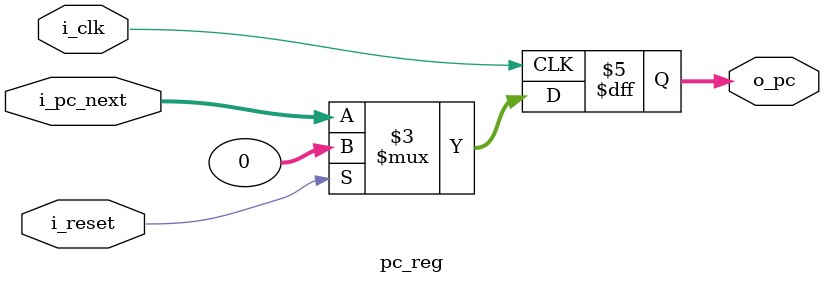
<source format=sv>
module pc_reg (
	input logic i_clk,
	input logic i_reset,
	input logic [31:0] i_pc_next,
	output logic [31:0] o_pc
	);
	
	// Thanh ghi lưu trữ giá trị PC
	always_ff @(posedge i_clk) begin
		if (i_reset) 
				o_pc <= 32'h0; // Reset về 0 khi có tín hiệu reset
		else 
				o_pc <= i_pc_next; // Cập nhật PC với giá trị tiếp theo
	end

endmodule

</source>
